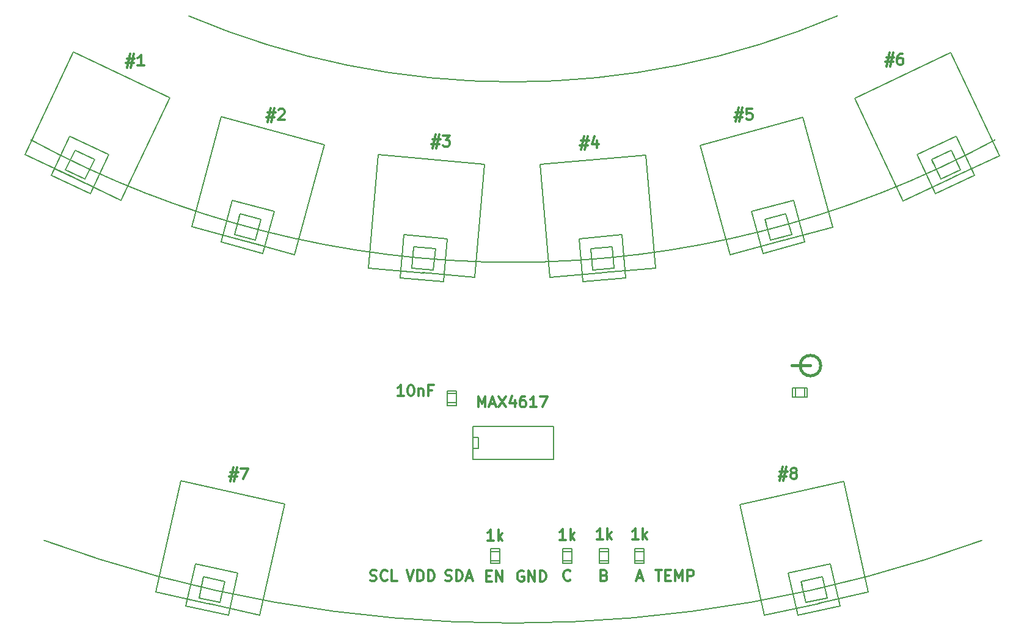
<source format=gto>
G04 (created by PCBNEW (2013-07-07 BZR 4022)-stable) date 8/13/2015 10:27:12 AM*
%MOIN*%
G04 Gerber Fmt 3.4, Leading zero omitted, Abs format*
%FSLAX34Y34*%
G01*
G70*
G90*
G04 APERTURE LIST*
%ADD10C,0.00590551*%
%ADD11C,0.011811*%
%ADD12C,0.00787402*%
%ADD13C,0.005*%
%ADD14C,0.008*%
%ADD15C,0.015*%
G04 APERTURE END LIST*
G54D10*
G54D11*
X76838Y-76798D02*
X76838Y-76207D01*
X77035Y-76629D01*
X77232Y-76207D01*
X77232Y-76798D01*
X77485Y-76629D02*
X77766Y-76629D01*
X77429Y-76798D02*
X77626Y-76207D01*
X77823Y-76798D01*
X77963Y-76207D02*
X78357Y-76798D01*
X78357Y-76207D02*
X77963Y-76798D01*
X78835Y-76404D02*
X78835Y-76798D01*
X78694Y-76179D02*
X78554Y-76601D01*
X78919Y-76601D01*
X79397Y-76207D02*
X79285Y-76207D01*
X79229Y-76235D01*
X79201Y-76263D01*
X79144Y-76348D01*
X79116Y-76460D01*
X79116Y-76685D01*
X79144Y-76741D01*
X79172Y-76769D01*
X79229Y-76798D01*
X79341Y-76798D01*
X79397Y-76769D01*
X79426Y-76741D01*
X79454Y-76685D01*
X79454Y-76544D01*
X79426Y-76488D01*
X79397Y-76460D01*
X79341Y-76432D01*
X79229Y-76432D01*
X79172Y-76460D01*
X79144Y-76488D01*
X79116Y-76544D01*
X80016Y-76798D02*
X79679Y-76798D01*
X79847Y-76798D02*
X79847Y-76207D01*
X79791Y-76291D01*
X79735Y-76348D01*
X79679Y-76376D01*
X80213Y-76207D02*
X80607Y-76207D01*
X80354Y-76798D01*
X86519Y-85693D02*
X86857Y-85693D01*
X86688Y-86284D02*
X86688Y-85693D01*
X87054Y-85974D02*
X87251Y-85974D01*
X87335Y-86284D02*
X87054Y-86284D01*
X87054Y-85693D01*
X87335Y-85693D01*
X87588Y-86284D02*
X87588Y-85693D01*
X87785Y-86115D01*
X87982Y-85693D01*
X87982Y-86284D01*
X88263Y-86284D02*
X88263Y-85693D01*
X88488Y-85693D01*
X88544Y-85721D01*
X88572Y-85750D01*
X88600Y-85806D01*
X88600Y-85890D01*
X88572Y-85946D01*
X88544Y-85974D01*
X88488Y-86003D01*
X88263Y-86003D01*
G54D12*
X104324Y-84071D02*
G75*
G02X78740Y-88582I-25584J70291D01*
G74*
G01*
X53155Y-84071D02*
G75*
G03X78740Y-88582I25584J70291D01*
G74*
G01*
X105040Y-62218D02*
G75*
G02X78740Y-68897I-26300J48438D01*
G74*
G01*
X52440Y-62218D02*
G75*
G03X78740Y-68897I26300J48438D01*
G74*
G01*
X96430Y-55455D02*
G75*
G02X78740Y-59055I-17690J41676D01*
G74*
G01*
X61049Y-55455D02*
G75*
G03X78740Y-59055I17690J41676D01*
G74*
G01*
G54D11*
X70950Y-86254D02*
X71034Y-86282D01*
X71175Y-86282D01*
X71231Y-86254D01*
X71259Y-86226D01*
X71287Y-86169D01*
X71287Y-86113D01*
X71259Y-86057D01*
X71231Y-86029D01*
X71175Y-86001D01*
X71062Y-85973D01*
X71006Y-85944D01*
X70978Y-85916D01*
X70950Y-85860D01*
X70950Y-85804D01*
X70978Y-85748D01*
X71006Y-85719D01*
X71062Y-85691D01*
X71203Y-85691D01*
X71287Y-85719D01*
X71878Y-86226D02*
X71850Y-86254D01*
X71766Y-86282D01*
X71709Y-86282D01*
X71625Y-86254D01*
X71569Y-86197D01*
X71541Y-86141D01*
X71512Y-86029D01*
X71512Y-85944D01*
X71541Y-85832D01*
X71569Y-85776D01*
X71625Y-85719D01*
X71709Y-85691D01*
X71766Y-85691D01*
X71850Y-85719D01*
X71878Y-85748D01*
X72412Y-86282D02*
X72131Y-86282D01*
X72131Y-85691D01*
X72776Y-76183D02*
X72439Y-76183D01*
X72607Y-76183D02*
X72607Y-75593D01*
X72551Y-75677D01*
X72495Y-75733D01*
X72439Y-75762D01*
X73142Y-75593D02*
X73198Y-75593D01*
X73254Y-75621D01*
X73282Y-75649D01*
X73311Y-75705D01*
X73339Y-75818D01*
X73339Y-75958D01*
X73311Y-76071D01*
X73282Y-76127D01*
X73254Y-76155D01*
X73198Y-76183D01*
X73142Y-76183D01*
X73086Y-76155D01*
X73057Y-76127D01*
X73029Y-76071D01*
X73001Y-75958D01*
X73001Y-75818D01*
X73029Y-75705D01*
X73057Y-75649D01*
X73086Y-75621D01*
X73142Y-75593D01*
X73592Y-75790D02*
X73592Y-76183D01*
X73592Y-75846D02*
X73620Y-75818D01*
X73676Y-75790D01*
X73760Y-75790D01*
X73817Y-75818D01*
X73845Y-75874D01*
X73845Y-76183D01*
X74323Y-75874D02*
X74126Y-75874D01*
X74126Y-76183D02*
X74126Y-75593D01*
X74407Y-75593D01*
X83646Y-84014D02*
X83308Y-84014D01*
X83477Y-84014D02*
X83477Y-83424D01*
X83421Y-83508D01*
X83365Y-83564D01*
X83308Y-83592D01*
X83899Y-84014D02*
X83899Y-83424D01*
X83955Y-83789D02*
X84124Y-84014D01*
X84124Y-83620D02*
X83899Y-83845D01*
X85579Y-84014D02*
X85241Y-84014D01*
X85410Y-84014D02*
X85410Y-83424D01*
X85354Y-83508D01*
X85298Y-83564D01*
X85241Y-83592D01*
X85832Y-84014D02*
X85832Y-83424D01*
X85888Y-83789D02*
X86057Y-84014D01*
X86057Y-83620D02*
X85832Y-83845D01*
X81618Y-84042D02*
X81281Y-84042D01*
X81449Y-84042D02*
X81449Y-83451D01*
X81393Y-83535D01*
X81337Y-83592D01*
X81281Y-83620D01*
X81871Y-84042D02*
X81871Y-83451D01*
X81928Y-83817D02*
X82096Y-84042D01*
X82096Y-83648D02*
X81871Y-83873D01*
X77685Y-84081D02*
X77348Y-84081D01*
X77516Y-84081D02*
X77516Y-83491D01*
X77460Y-83575D01*
X77404Y-83631D01*
X77348Y-83659D01*
X77938Y-84081D02*
X77938Y-83491D01*
X77994Y-83856D02*
X78163Y-84081D01*
X78163Y-83687D02*
X77938Y-83912D01*
X93299Y-80321D02*
X93721Y-80321D01*
X93468Y-80068D02*
X93299Y-80827D01*
X93665Y-80574D02*
X93243Y-80574D01*
X93496Y-80827D02*
X93665Y-80068D01*
X94002Y-80377D02*
X93946Y-80349D01*
X93918Y-80321D01*
X93890Y-80265D01*
X93890Y-80237D01*
X93918Y-80181D01*
X93946Y-80152D01*
X94002Y-80124D01*
X94115Y-80124D01*
X94171Y-80152D01*
X94199Y-80181D01*
X94227Y-80237D01*
X94227Y-80265D01*
X94199Y-80321D01*
X94171Y-80349D01*
X94115Y-80377D01*
X94002Y-80377D01*
X93946Y-80406D01*
X93918Y-80434D01*
X93890Y-80490D01*
X93890Y-80602D01*
X93918Y-80659D01*
X93946Y-80687D01*
X94002Y-80715D01*
X94115Y-80715D01*
X94171Y-80687D01*
X94199Y-80659D01*
X94227Y-80602D01*
X94227Y-80490D01*
X94199Y-80434D01*
X94171Y-80406D01*
X94115Y-80377D01*
X63315Y-80341D02*
X63737Y-80341D01*
X63484Y-80088D02*
X63315Y-80847D01*
X63681Y-80594D02*
X63259Y-80594D01*
X63512Y-80847D02*
X63681Y-80088D01*
X63877Y-80144D02*
X64271Y-80144D01*
X64018Y-80735D01*
X99106Y-57715D02*
X99528Y-57715D01*
X99275Y-57462D02*
X99106Y-58221D01*
X99472Y-57968D02*
X99050Y-57968D01*
X99303Y-58221D02*
X99472Y-57462D01*
X99978Y-57518D02*
X99866Y-57518D01*
X99809Y-57546D01*
X99781Y-57574D01*
X99725Y-57659D01*
X99697Y-57771D01*
X99697Y-57996D01*
X99725Y-58052D01*
X99753Y-58080D01*
X99809Y-58109D01*
X99922Y-58109D01*
X99978Y-58080D01*
X100006Y-58052D01*
X100034Y-57996D01*
X100034Y-57856D01*
X100006Y-57799D01*
X99978Y-57771D01*
X99922Y-57743D01*
X99809Y-57743D01*
X99753Y-57771D01*
X99725Y-57799D01*
X99697Y-57856D01*
X90878Y-60719D02*
X91300Y-60719D01*
X91047Y-60466D02*
X90878Y-61225D01*
X91244Y-60972D02*
X90822Y-60972D01*
X91075Y-61225D02*
X91244Y-60466D01*
X91778Y-60522D02*
X91497Y-60522D01*
X91469Y-60803D01*
X91497Y-60775D01*
X91553Y-60747D01*
X91694Y-60747D01*
X91750Y-60775D01*
X91778Y-60803D01*
X91806Y-60859D01*
X91806Y-61000D01*
X91778Y-61056D01*
X91750Y-61084D01*
X91694Y-61113D01*
X91553Y-61113D01*
X91497Y-61084D01*
X91469Y-61056D01*
X82453Y-62258D02*
X82875Y-62258D01*
X82622Y-62005D02*
X82453Y-62764D01*
X82818Y-62511D02*
X82397Y-62511D01*
X82650Y-62764D02*
X82818Y-62005D01*
X83325Y-62258D02*
X83325Y-62652D01*
X83184Y-62033D02*
X83043Y-62455D01*
X83409Y-62455D01*
X74354Y-62183D02*
X74776Y-62183D01*
X74523Y-61930D02*
X74354Y-62690D01*
X74720Y-62437D02*
X74298Y-62437D01*
X74551Y-62690D02*
X74720Y-61930D01*
X74917Y-61987D02*
X75282Y-61987D01*
X75086Y-62212D01*
X75170Y-62212D01*
X75226Y-62240D01*
X75254Y-62268D01*
X75282Y-62324D01*
X75282Y-62465D01*
X75254Y-62521D01*
X75226Y-62549D01*
X75170Y-62577D01*
X75001Y-62577D01*
X74945Y-62549D01*
X74917Y-62521D01*
X65354Y-60731D02*
X65776Y-60731D01*
X65523Y-60478D02*
X65354Y-61237D01*
X65720Y-60984D02*
X65298Y-60984D01*
X65551Y-61237D02*
X65720Y-60478D01*
X65945Y-60590D02*
X65973Y-60562D01*
X66029Y-60534D01*
X66170Y-60534D01*
X66226Y-60562D01*
X66254Y-60590D01*
X66282Y-60646D01*
X66282Y-60703D01*
X66254Y-60787D01*
X65917Y-61124D01*
X66282Y-61124D01*
X57677Y-57774D02*
X58099Y-57774D01*
X57846Y-57521D02*
X57677Y-58280D01*
X58043Y-58027D02*
X57621Y-58027D01*
X57874Y-58280D02*
X58043Y-57521D01*
X58605Y-58168D02*
X58268Y-58168D01*
X58437Y-58168D02*
X58437Y-57577D01*
X58380Y-57661D01*
X58324Y-57718D01*
X58268Y-57746D01*
X85505Y-86105D02*
X85786Y-86105D01*
X85448Y-86274D02*
X85645Y-85683D01*
X85842Y-86274D01*
X83727Y-85973D02*
X83811Y-86001D01*
X83839Y-86029D01*
X83867Y-86085D01*
X83867Y-86169D01*
X83839Y-86226D01*
X83811Y-86254D01*
X83755Y-86282D01*
X83530Y-86282D01*
X83530Y-85691D01*
X83727Y-85691D01*
X83783Y-85719D01*
X83811Y-85748D01*
X83839Y-85804D01*
X83839Y-85860D01*
X83811Y-85916D01*
X83783Y-85944D01*
X83727Y-85973D01*
X83530Y-85973D01*
X81863Y-86214D02*
X81835Y-86242D01*
X81751Y-86270D01*
X81695Y-86270D01*
X81610Y-86242D01*
X81554Y-86186D01*
X81526Y-86129D01*
X81498Y-86017D01*
X81498Y-85933D01*
X81526Y-85820D01*
X81554Y-85764D01*
X81610Y-85708D01*
X81695Y-85679D01*
X81751Y-85679D01*
X81835Y-85708D01*
X81863Y-85736D01*
X72937Y-85699D02*
X73133Y-86290D01*
X73330Y-85699D01*
X73527Y-86290D02*
X73527Y-85699D01*
X73668Y-85699D01*
X73752Y-85727D01*
X73808Y-85784D01*
X73836Y-85840D01*
X73865Y-85952D01*
X73865Y-86037D01*
X73836Y-86149D01*
X73808Y-86205D01*
X73752Y-86262D01*
X73668Y-86290D01*
X73527Y-86290D01*
X74118Y-86290D02*
X74118Y-85699D01*
X74258Y-85699D01*
X74343Y-85727D01*
X74399Y-85784D01*
X74427Y-85840D01*
X74455Y-85952D01*
X74455Y-86037D01*
X74427Y-86149D01*
X74399Y-86205D01*
X74343Y-86262D01*
X74258Y-86290D01*
X74118Y-86290D01*
X75050Y-86254D02*
X75134Y-86282D01*
X75275Y-86282D01*
X75331Y-86254D01*
X75359Y-86226D01*
X75388Y-86169D01*
X75388Y-86113D01*
X75359Y-86057D01*
X75331Y-86029D01*
X75275Y-86001D01*
X75163Y-85973D01*
X75106Y-85944D01*
X75078Y-85916D01*
X75050Y-85860D01*
X75050Y-85804D01*
X75078Y-85748D01*
X75106Y-85719D01*
X75163Y-85691D01*
X75303Y-85691D01*
X75388Y-85719D01*
X75641Y-86282D02*
X75641Y-85691D01*
X75781Y-85691D01*
X75866Y-85719D01*
X75922Y-85776D01*
X75950Y-85832D01*
X75978Y-85944D01*
X75978Y-86029D01*
X75950Y-86141D01*
X75922Y-86197D01*
X75866Y-86254D01*
X75781Y-86282D01*
X75641Y-86282D01*
X76203Y-86113D02*
X76484Y-86113D01*
X76147Y-86282D02*
X76344Y-85691D01*
X76541Y-86282D01*
X77292Y-86016D02*
X77489Y-86016D01*
X77573Y-86325D02*
X77292Y-86325D01*
X77292Y-85735D01*
X77573Y-85735D01*
X77826Y-86325D02*
X77826Y-85735D01*
X78164Y-86325D01*
X78164Y-85735D01*
X79309Y-85755D02*
X79253Y-85727D01*
X79169Y-85727D01*
X79084Y-85755D01*
X79028Y-85811D01*
X79000Y-85867D01*
X78972Y-85980D01*
X78972Y-86064D01*
X79000Y-86177D01*
X79028Y-86233D01*
X79084Y-86289D01*
X79169Y-86317D01*
X79225Y-86317D01*
X79309Y-86289D01*
X79338Y-86261D01*
X79338Y-86064D01*
X79225Y-86064D01*
X79591Y-86317D02*
X79591Y-85727D01*
X79928Y-86317D01*
X79928Y-85727D01*
X80209Y-86317D02*
X80209Y-85727D01*
X80350Y-85727D01*
X80434Y-85755D01*
X80491Y-85811D01*
X80519Y-85867D01*
X80547Y-85980D01*
X80547Y-86064D01*
X80519Y-86177D01*
X80491Y-86233D01*
X80434Y-86289D01*
X80350Y-86317D01*
X80209Y-86317D01*
G54D10*
X93760Y-85860D02*
X96065Y-85345D01*
X96065Y-85345D02*
X96580Y-87650D01*
X96580Y-87650D02*
X94275Y-88166D01*
X94275Y-88166D02*
X93760Y-85860D01*
X95342Y-87524D02*
X98128Y-86901D01*
X98128Y-86901D02*
X96775Y-80850D01*
X96775Y-80850D02*
X91108Y-82117D01*
X91108Y-82117D02*
X92460Y-88168D01*
X92460Y-88168D02*
X95438Y-87502D01*
X94465Y-86308D02*
X95618Y-86050D01*
X95618Y-86050D02*
X95875Y-87203D01*
X95875Y-87203D02*
X94723Y-87461D01*
X94723Y-87461D02*
X94465Y-86308D01*
X94465Y-86308D02*
X94508Y-86500D01*
X61414Y-85345D02*
X63719Y-85860D01*
X63719Y-85860D02*
X63204Y-88166D01*
X63204Y-88166D02*
X60899Y-87650D01*
X60899Y-87650D02*
X61414Y-85345D01*
X62137Y-87524D02*
X64923Y-88146D01*
X64923Y-88146D02*
X66276Y-82095D01*
X66276Y-82095D02*
X60608Y-80828D01*
X60608Y-80828D02*
X59256Y-86880D01*
X59256Y-86880D02*
X62233Y-87545D01*
X61862Y-86050D02*
X63014Y-86308D01*
X63014Y-86308D02*
X62757Y-87461D01*
X62757Y-87461D02*
X61604Y-87203D01*
X61604Y-87203D02*
X61862Y-86050D01*
X61862Y-86050D02*
X61819Y-86242D01*
X100789Y-63016D02*
X102925Y-62006D01*
X102925Y-62006D02*
X103934Y-64142D01*
X103934Y-64142D02*
X101799Y-65151D01*
X101799Y-65151D02*
X100789Y-63016D01*
X102698Y-64291D02*
X105279Y-63071D01*
X105279Y-63071D02*
X102629Y-57465D01*
X102629Y-57465D02*
X97379Y-59946D01*
X97379Y-59946D02*
X100029Y-65552D01*
X100029Y-65552D02*
X102787Y-64248D01*
X101575Y-63297D02*
X102643Y-62792D01*
X102643Y-62792D02*
X103148Y-63860D01*
X103148Y-63860D02*
X102080Y-64365D01*
X102080Y-64365D02*
X101575Y-63297D01*
X101575Y-63297D02*
X101660Y-63475D01*
X91766Y-66132D02*
X94045Y-65513D01*
X94045Y-65513D02*
X94665Y-67792D01*
X94665Y-67792D02*
X92385Y-68412D01*
X92385Y-68412D02*
X91766Y-66132D01*
X93422Y-67722D02*
X96176Y-66974D01*
X96176Y-66974D02*
X94550Y-60990D01*
X94550Y-60990D02*
X88947Y-62512D01*
X88947Y-62512D02*
X90572Y-68496D01*
X90572Y-68496D02*
X93517Y-67696D01*
X92491Y-66547D02*
X93630Y-66238D01*
X93630Y-66238D02*
X93940Y-67377D01*
X93940Y-67377D02*
X92800Y-67687D01*
X92800Y-67687D02*
X92491Y-66547D01*
X92491Y-66547D02*
X92542Y-66737D01*
X82336Y-67607D02*
X84689Y-67401D01*
X84689Y-67401D02*
X84895Y-69755D01*
X84895Y-69755D02*
X82542Y-69961D01*
X82542Y-69961D02*
X82336Y-67607D01*
X83684Y-69465D02*
X86528Y-69217D01*
X86528Y-69217D02*
X85987Y-63039D01*
X85987Y-63039D02*
X80202Y-63546D01*
X80202Y-63546D02*
X80743Y-69723D01*
X80743Y-69723D02*
X83782Y-69457D01*
X82976Y-68144D02*
X84153Y-68041D01*
X84153Y-68041D02*
X84256Y-69218D01*
X84256Y-69218D02*
X83079Y-69321D01*
X83079Y-69321D02*
X82976Y-68144D01*
X82976Y-68144D02*
X82993Y-68340D01*
X63434Y-65513D02*
X65713Y-66132D01*
X65713Y-66132D02*
X65094Y-68412D01*
X65094Y-68412D02*
X62815Y-67792D01*
X62815Y-67792D02*
X63434Y-65513D01*
X65197Y-68032D02*
X62918Y-67412D01*
X64058Y-67722D02*
X66812Y-68471D01*
X66812Y-68471D02*
X68438Y-62487D01*
X68438Y-62487D02*
X62834Y-60964D01*
X62834Y-60964D02*
X61208Y-66948D01*
X61208Y-66948D02*
X64153Y-67748D01*
X63849Y-66238D02*
X64989Y-66547D01*
X64989Y-66547D02*
X64679Y-67687D01*
X64679Y-67687D02*
X63539Y-67377D01*
X63539Y-67377D02*
X63849Y-66238D01*
X63849Y-66238D02*
X63797Y-66428D01*
X54555Y-62006D02*
X56690Y-63016D01*
X56690Y-63016D02*
X55681Y-65151D01*
X55681Y-65151D02*
X53545Y-64142D01*
X53545Y-64142D02*
X54555Y-62006D01*
X55849Y-64795D02*
X53713Y-63786D01*
X54781Y-64291D02*
X57362Y-65510D01*
X57362Y-65510D02*
X60012Y-59904D01*
X60012Y-59904D02*
X54762Y-57423D01*
X54762Y-57423D02*
X52112Y-63029D01*
X52112Y-63029D02*
X54870Y-64333D01*
X54836Y-62792D02*
X55904Y-63297D01*
X55904Y-63297D02*
X55399Y-64365D01*
X55399Y-64365D02*
X54331Y-63860D01*
X54331Y-63860D02*
X54836Y-62792D01*
X54836Y-62792D02*
X54752Y-62970D01*
X72790Y-67401D02*
X75143Y-67607D01*
X75143Y-67607D02*
X74937Y-69961D01*
X74937Y-69961D02*
X72584Y-69755D01*
X72584Y-69755D02*
X72790Y-67401D01*
X73795Y-69465D02*
X76638Y-69714D01*
X76638Y-69714D02*
X77179Y-63537D01*
X77179Y-63537D02*
X71394Y-63031D01*
X71394Y-63031D02*
X70853Y-69208D01*
X70853Y-69208D02*
X73893Y-69474D01*
X73327Y-68041D02*
X74503Y-68144D01*
X74503Y-68144D02*
X74400Y-69321D01*
X74400Y-69321D02*
X73224Y-69218D01*
X73224Y-69218D02*
X73327Y-68041D01*
X73327Y-68041D02*
X73310Y-68237D01*
G54D13*
X81950Y-85179D02*
X81450Y-85179D01*
X81950Y-84679D02*
X81460Y-84679D01*
X81950Y-84529D02*
X81950Y-85329D01*
X81950Y-85329D02*
X81450Y-85329D01*
X81450Y-85329D02*
X81450Y-84529D01*
X81450Y-84529D02*
X81950Y-84529D01*
X83958Y-85179D02*
X83458Y-85179D01*
X83958Y-84679D02*
X83468Y-84679D01*
X83958Y-84529D02*
X83958Y-85329D01*
X83958Y-85329D02*
X83458Y-85329D01*
X83458Y-85329D02*
X83458Y-84529D01*
X83458Y-84529D02*
X83958Y-84529D01*
X85895Y-85179D02*
X85395Y-85179D01*
X85895Y-84679D02*
X85405Y-84679D01*
X85895Y-84529D02*
X85895Y-85329D01*
X85895Y-85329D02*
X85395Y-85329D01*
X85395Y-85329D02*
X85395Y-84529D01*
X85395Y-84529D02*
X85895Y-84529D01*
X75143Y-76053D02*
X75643Y-76053D01*
X75143Y-76553D02*
X75633Y-76553D01*
X75143Y-76703D02*
X75143Y-75903D01*
X75143Y-75903D02*
X75643Y-75903D01*
X75643Y-75903D02*
X75643Y-76703D01*
X75643Y-76703D02*
X75143Y-76703D01*
X78005Y-85179D02*
X77505Y-85179D01*
X78005Y-84679D02*
X77515Y-84679D01*
X78005Y-84529D02*
X78005Y-85329D01*
X78005Y-85329D02*
X77505Y-85329D01*
X77505Y-85329D02*
X77505Y-84529D01*
X77505Y-84529D02*
X78005Y-84529D01*
G54D14*
X76540Y-78440D02*
X76840Y-78440D01*
X76840Y-78440D02*
X76840Y-79040D01*
X76840Y-79040D02*
X76540Y-79040D01*
X80940Y-77840D02*
X80940Y-79640D01*
X80940Y-79640D02*
X76540Y-79640D01*
X76540Y-79640D02*
X76540Y-77840D01*
X76540Y-77840D02*
X80940Y-77840D01*
G54D15*
X94968Y-74533D02*
X93968Y-74533D01*
X95527Y-74533D02*
G75*
G03X95527Y-74533I-559J0D01*
G74*
G01*
G54D13*
X94137Y-76242D02*
X94137Y-75742D01*
X94637Y-76242D02*
X94637Y-75752D01*
X94787Y-76242D02*
X93987Y-76242D01*
X93987Y-76242D02*
X93987Y-75742D01*
X93987Y-75742D02*
X94787Y-75742D01*
X94787Y-75742D02*
X94787Y-76242D01*
M02*

</source>
